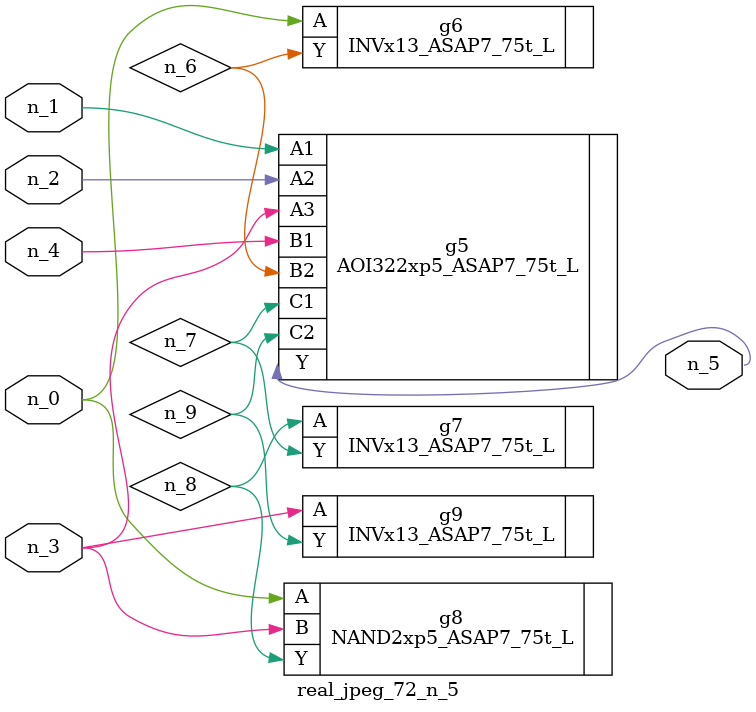
<source format=v>
module real_jpeg_72_n_5 (n_4, n_0, n_1, n_2, n_3, n_5);

input n_4;
input n_0;
input n_1;
input n_2;
input n_3;

output n_5;

wire n_8;
wire n_6;
wire n_7;
wire n_9;

INVx13_ASAP7_75t_L g6 ( 
.A(n_0),
.Y(n_6)
);

NAND2xp5_ASAP7_75t_L g8 ( 
.A(n_0),
.B(n_3),
.Y(n_8)
);

AOI322xp5_ASAP7_75t_L g5 ( 
.A1(n_1),
.A2(n_2),
.A3(n_3),
.B1(n_4),
.B2(n_6),
.C1(n_7),
.C2(n_9),
.Y(n_5)
);

INVx13_ASAP7_75t_L g9 ( 
.A(n_3),
.Y(n_9)
);

INVx13_ASAP7_75t_L g7 ( 
.A(n_8),
.Y(n_7)
);


endmodule
</source>
